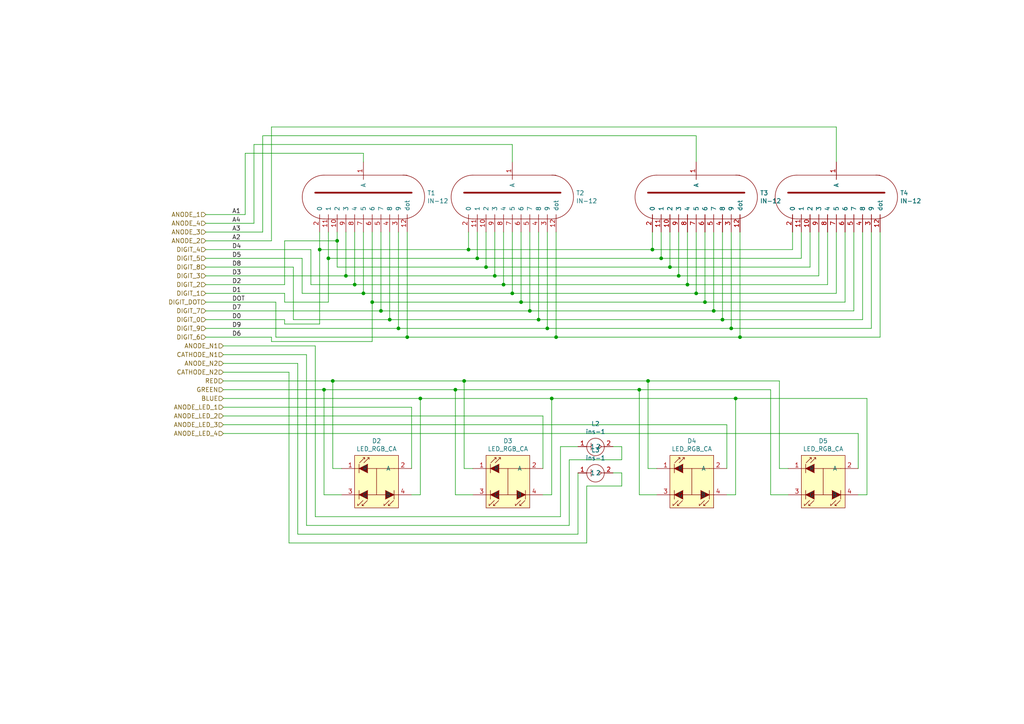
<source format=kicad_sch>
(kicad_sch (version 20211123) (generator eeschema)
  (paper "A4")
  (lib_symbols
    (symbol "funknetzwerkuhr-rescue:IN-12-Russian_Lamps-funknetzwerkuhr-rescue" (pin_names (offset 1.016))
      (property "Reference" "T" (at -5.08 19.05 0))
      (property "Value" "IN-12-Russian_Lamps-funknetzwerkuhr-rescue" (at -3.81 -19.05 0))
      (symbol "IN-12-Russian_Lamps-funknetzwerkuhr-rescue_0_1"
        (arc (start -6.35 -11.43) (mid 0 -17.78) (end 6.35 -11.43))
        (polyline (pts (xy -6.35 11.43) (xy -6.35 -11.43)))
        (polyline (pts (xy 1.27 -13.97) (xy 1.27 13.97)) (stroke (width 0.508)) (fill (type outline)))
        (polyline (pts (xy 6.35 -12.7) (xy 6.35 11.43)))
        (arc (start 6.35 11.43) (mid 0 17.78) (end -6.35 11.43))
      )
      (symbol "IN-12-Russian_Lamps-funknetzwerkuhr-rescue_1_0"
        (pin input line (at 10.16 0 180) (length 5.08) (name "A") (number "1"))
        (pin input line (at -10.16 7.62 0) (length 5.08) (name "2") (number "10"))
        (pin input line (at -10.16 10.16 0) (length 5.08) (name "1") (number "11"))
        (pin input line (at -10.16 -12.7 0) (length 5.08) (name "dot") (number "12"))
        (pin input line (at -10.16 -10.16 0) (length 5.08) (name "9") (number "3"))
        (pin input line (at -10.16 -7.62 0) (length 5.08) (name "8") (number "4"))
        (pin input line (at -10.16 -5.08 0) (length 5.08) (name "7") (number "5"))
        (pin input line (at -10.16 -2.54 0) (length 5.08) (name "6") (number "6"))
        (pin input line (at -10.16 0 0) (length 5.08) (name "5") (number "7"))
        (pin input line (at -10.16 2.54 0) (length 5.08) (name "4") (number "8"))
        (pin input line (at -10.16 5.08 0) (length 5.08) (name "3") (number "9"))
      )
      (symbol "IN-12-Russian_Lamps-funknetzwerkuhr-rescue_1_1"
        (pin input line (at -10.16 12.7 0) (length 5.08) (name "0") (number "2"))
      )
    )
    (symbol "funknetzwerkuhr-rescue:LED_RGB_CA-Parts_Stash-funknetzwerkuhr-rescue" (pin_names (offset 1.016))
      (property "Reference" "D" (at -5.08 13.97 0))
      (property "Value" "LED_RGB_CA-Parts_Stash-funknetzwerkuhr-rescue" (at -1.27 -11.43 0))
      (symbol "LED_RGB_CA-Parts_Stash-funknetzwerkuhr-rescue_0_1"
        (polyline (pts (xy 0 -3.81) (xy 0 3.81)))
        (polyline (pts (xy 2.54 -3.81) (xy -2.54 -3.81)))
        (polyline (pts (xy 5.08 3.81) (xy -2.54 3.81)))
        (rectangle (start 6.35 -7.62) (end -6.35 7.62) (fill (type background)))
      )
      (symbol "LED_RGB_CA-Parts_Stash-funknetzwerkuhr-rescue_1_1"
        (polyline (pts (xy -5.08 -5.08) (xy -5.08 -2.54)) (stroke (width 0.1524)))
        (polyline (pts (xy -5.08 5.08) (xy -5.08 2.54)) (stroke (width 0.1524)))
        (polyline (pts (xy -2.159 6.985) (xy -2.667 6.985)))
        (polyline (pts (xy 5.08 -5.08) (xy 5.08 -2.54)) (stroke (width 0.1524)))
        (polyline (pts (xy -3.937 -5.461) (xy -5.461 -6.985) (xy -5.461 -6.477)))
        (polyline (pts (xy -3.683 5.461) (xy -2.159 6.985) (xy -2.159 6.477)))
        (polyline (pts (xy -2.54 -5.08) (xy -5.08 -3.81) (xy -2.54 -2.54)) (fill (type outline)))
        (polyline (pts (xy -2.54 5.08) (xy -5.08 3.81) (xy -2.54 2.54)) (fill (type outline)))
        (polyline (pts (xy 2.54 -5.08) (xy 5.08 -3.81) (xy 2.54 -2.54)) (fill (type outline)))
        (polyline (pts (xy 3.683 -5.461) (xy 2.159 -6.985) (xy 2.159 -6.477)))
        (polyline (pts (xy -4.953 5.461) (xy -3.429 6.985) (xy -3.429 6.477) (xy -3.429 6.985) (xy -3.937 6.985)))
        (polyline (pts (xy -2.667 -5.461) (xy -4.191 -6.985) (xy -4.191 -6.477) (xy -4.191 -6.985) (xy -3.683 -6.985)))
        (polyline (pts (xy 4.953 -5.461) (xy 3.429 -6.985) (xy 3.429 -6.477) (xy 3.429 -6.985) (xy 3.937 -6.985)))
        (pin input line (at -10.16 3.81 0) (length 5.08) (name "R") (number "1"))
        (pin input line (at 10.16 3.81 180) (length 5.08) (name "A") (number "2"))
        (pin input line (at -10.16 -3.81 0) (length 5.08) (name "G") (number "3"))
        (pin input line (at 10.16 -3.81 180) (length 5.08) (name "B") (number "4"))
      )
    )
    (symbol "funknetzwerkuhr-rescue:ins-1-Russian_Lamps-funknetzwerkuhr-rescue" (pin_names (offset 1.016))
      (property "Reference" "L" (at -1.778 3.556 0))
      (property "Value" "ins-1-Russian_Lamps-funknetzwerkuhr-rescue" (at 0 -3.81 0))
      (symbol "ins-1-Russian_Lamps-funknetzwerkuhr-rescue_0_1"
        (circle (center 0 -0.1016) (radius 2.54))
        (polyline (pts (xy 2.54 0) (xy 1.524 0)))
        (polyline (pts (xy -3.81 0) (xy -1.27 0) (xy -1.27 -1.016) (xy -1.27 1.016) (xy -1.27 -0.762)))
        (circle (center 1.27 0) (radius 0.3556))
      )
      (symbol "ins-1-Russian_Lamps-funknetzwerkuhr-rescue_1_1"
        (pin input line (at -5.08 0 0) (length 2.54) (name "1") (number "1"))
        (pin input line (at 5.08 0 180) (length 2.54) (name "2") (number "2"))
      )
    )
  )
  (junction (at 161.29 97.79))
  (junction (at 113.03 92.71))
  (junction (at 148.59 85.09))
  (junction (at 209.55 92.71))
  (junction (at 92.71 72.39))
  (junction (at 134.62 110.49))
  (junction (at 158.75 95.25))
  (junction (at 105.41 85.09))
  (junction (at 212.09 95.25))
  (junction (at 110.49 90.17))
  (junction (at 97.79 69.85))
  (junction (at 102.87 82.55))
  (junction (at 204.47 87.63))
  (junction (at 93.98 113.03))
  (junction (at 160.02 115.57))
  (junction (at 191.77 74.93))
  (junction (at 121.92 115.57))
  (junction (at 213.36 115.57))
  (junction (at 132.08 113.03))
  (junction (at 140.97 77.47))
  (junction (at 146.05 82.55))
  (junction (at 138.43 74.93))
  (junction (at 189.23 72.39))
  (junction (at 107.95 87.63))
  (junction (at 185.42 113.03))
  (junction (at 156.21 92.71))
  (junction (at 196.85 80.01))
  (junction (at 95.25 74.93))
  (junction (at 143.51 80.01))
  (junction (at 100.33 80.01))
  (junction (at 151.13 87.63))
  (junction (at 135.89 72.39))
  (junction (at 201.93 85.09))
  (junction (at 96.52 110.49))
  (junction (at 187.96 110.49))
  (junction (at 194.31 77.47))
  (junction (at 115.57 95.25))
  (junction (at 118.11 97.79))
  (junction (at 153.67 90.17))
  (junction (at 199.39 82.55))
  (junction (at 214.63 97.79))
  (junction (at 207.01 90.17))
  (wire (pts (xy 204.47 67.31) (xy 204.47 87.63)))
  (wire (pts (xy 185.42 113.03) (xy 223.52 113.03)))
  (wire (pts (xy 99.06 143.51) (xy 93.98 143.51)))
  (wire (pts (xy 210.82 123.19) (xy 210.82 135.89)))
  (wire (pts (xy 91.44 100.33) (xy 64.77 100.33)))
  (wire (pts (xy 78.74 99.06) (xy 107.95 99.06)))
  (wire (pts (xy 82.55 87.63) (xy 82.55 85.09)))
  (wire (pts (xy 167.64 137.16) (xy 167.64 154.94)))
  (wire (pts (xy 87.63 85.09) (xy 87.63 74.93)))
  (wire (pts (xy 232.41 67.31) (xy 232.41 74.93)))
  (wire (pts (xy 223.52 143.51) (xy 228.6 143.51)))
  (wire (pts (xy 170.18 140.97) (xy 170.18 157.48)))
  (wire (pts (xy 143.51 67.31) (xy 143.51 80.01)))
  (wire (pts (xy 255.27 97.79) (xy 255.27 67.31)))
  (wire (pts (xy 102.87 82.55) (xy 146.05 82.55)))
  (wire (pts (xy 92.71 67.31) (xy 92.71 72.39)))
  (wire (pts (xy 209.55 67.31) (xy 209.55 92.71)))
  (wire (pts (xy 107.95 99.06) (xy 107.95 87.63)))
  (wire (pts (xy 102.87 67.31) (xy 102.87 82.55)))
  (wire (pts (xy 76.2 67.31) (xy 76.2 39.37)))
  (wire (pts (xy 156.21 92.71) (xy 156.21 67.31)))
  (wire (pts (xy 146.05 82.55) (xy 199.39 82.55)))
  (wire (pts (xy 189.23 72.39) (xy 229.87 72.39)))
  (wire (pts (xy 190.5 135.89) (xy 187.96 135.89)))
  (wire (pts (xy 100.33 80.01) (xy 100.33 67.31)))
  (wire (pts (xy 191.77 67.31) (xy 191.77 74.93)))
  (wire (pts (xy 83.82 107.95) (xy 64.77 107.95)))
  (wire (pts (xy 64.77 113.03) (xy 93.98 113.03)))
  (wire (pts (xy 105.41 85.09) (xy 87.63 85.09)))
  (wire (pts (xy 153.67 67.31) (xy 153.67 90.17)))
  (wire (pts (xy 213.36 115.57) (xy 251.46 115.57)))
  (wire (pts (xy 113.03 92.71) (xy 156.21 92.71)))
  (wire (pts (xy 151.13 67.31) (xy 151.13 87.63)))
  (wire (pts (xy 185.42 143.51) (xy 185.42 113.03)))
  (wire (pts (xy 99.06 135.89) (xy 96.52 135.89)))
  (wire (pts (xy 83.82 157.48) (xy 83.82 107.95)))
  (wire (pts (xy 201.93 67.31) (xy 201.93 85.09)))
  (wire (pts (xy 194.31 67.31) (xy 194.31 77.47)))
  (wire (pts (xy 132.08 143.51) (xy 132.08 113.03)))
  (wire (pts (xy 140.97 67.31) (xy 140.97 77.47)))
  (wire (pts (xy 59.69 97.79) (xy 78.74 97.79)))
  (wire (pts (xy 97.79 69.85) (xy 82.55 69.85)))
  (wire (pts (xy 59.69 77.47) (xy 85.09 77.47)))
  (wire (pts (xy 71.12 62.23) (xy 71.12 44.45)))
  (wire (pts (xy 73.66 41.91) (xy 73.66 64.77)))
  (wire (pts (xy 121.92 115.57) (xy 160.02 115.57)))
  (wire (pts (xy 82.55 93.98) (xy 92.71 93.98)))
  (wire (pts (xy 119.38 143.51) (xy 121.92 143.51)))
  (wire (pts (xy 121.92 143.51) (xy 121.92 115.57)))
  (wire (pts (xy 118.11 67.31) (xy 118.11 97.79)))
  (wire (pts (xy 59.69 82.55) (xy 82.55 82.55)))
  (wire (pts (xy 226.06 110.49) (xy 226.06 135.89)))
  (wire (pts (xy 97.79 67.31) (xy 97.79 69.85)))
  (wire (pts (xy 83.82 157.48) (xy 170.18 157.48)))
  (wire (pts (xy 96.52 135.89) (xy 96.52 110.49)))
  (wire (pts (xy 161.29 67.31) (xy 161.29 97.79)))
  (wire (pts (xy 251.46 115.57) (xy 251.46 143.51)))
  (wire (pts (xy 113.03 67.31) (xy 113.03 92.71)))
  (wire (pts (xy 229.87 72.39) (xy 229.87 67.31)))
  (wire (pts (xy 199.39 82.55) (xy 240.03 82.55)))
  (wire (pts (xy 138.43 67.31) (xy 138.43 74.93)))
  (wire (pts (xy 187.96 135.89) (xy 187.96 110.49)))
  (wire (pts (xy 250.19 92.71) (xy 250.19 67.31)))
  (wire (pts (xy 165.1 152.4) (xy 88.9 152.4)))
  (wire (pts (xy 242.57 36.83) (xy 78.74 36.83)))
  (wire (pts (xy 85.09 92.71) (xy 85.09 77.47)))
  (wire (pts (xy 97.79 77.47) (xy 140.97 77.47)))
  (wire (pts (xy 148.59 85.09) (xy 105.41 85.09)))
  (wire (pts (xy 209.55 92.71) (xy 250.19 92.71)))
  (wire (pts (xy 91.44 149.86) (xy 162.56 149.86)))
  (wire (pts (xy 135.89 72.39) (xy 135.89 67.31)))
  (wire (pts (xy 110.49 90.17) (xy 153.67 90.17)))
  (wire (pts (xy 113.03 92.71) (xy 85.09 92.71)))
  (wire (pts (xy 242.57 85.09) (xy 201.93 85.09)))
  (wire (pts (xy 102.87 82.55) (xy 90.17 82.55)))
  (wire (pts (xy 201.93 85.09) (xy 148.59 85.09)))
  (wire (pts (xy 137.16 143.51) (xy 132.08 143.51)))
  (wire (pts (xy 223.52 113.03) (xy 223.52 143.51)))
  (wire (pts (xy 110.49 67.31) (xy 110.49 90.17)))
  (wire (pts (xy 105.41 85.09) (xy 105.41 67.31)))
  (wire (pts (xy 59.69 87.63) (xy 80.01 87.63)))
  (wire (pts (xy 212.09 67.31) (xy 212.09 95.25)))
  (wire (pts (xy 170.18 140.97) (xy 180.34 140.97)))
  (wire (pts (xy 64.77 120.65) (xy 157.48 120.65)))
  (wire (pts (xy 95.25 74.93) (xy 95.25 67.31)))
  (wire (pts (xy 201.93 39.37) (xy 201.93 46.99)))
  (wire (pts (xy 93.98 113.03) (xy 132.08 113.03)))
  (wire (pts (xy 92.71 93.98) (xy 92.71 72.39)))
  (wire (pts (xy 207.01 90.17) (xy 247.65 90.17)))
  (wire (pts (xy 59.69 69.85) (xy 78.74 69.85)))
  (wire (pts (xy 196.85 80.01) (xy 143.51 80.01)))
  (wire (pts (xy 88.9 102.87) (xy 88.9 152.4)))
  (wire (pts (xy 237.49 80.01) (xy 196.85 80.01)))
  (wire (pts (xy 158.75 95.25) (xy 115.57 95.25)))
  (wire (pts (xy 156.21 92.71) (xy 209.55 92.71)))
  (wire (pts (xy 78.74 36.83) (xy 78.74 69.85)))
  (wire (pts (xy 165.1 133.35) (xy 165.1 152.4)))
  (wire (pts (xy 132.08 113.03) (xy 185.42 113.03)))
  (wire (pts (xy 71.12 44.45) (xy 105.41 44.45)))
  (wire (pts (xy 95.25 74.93) (xy 95.25 87.63)))
  (wire (pts (xy 214.63 97.79) (xy 255.27 97.79)))
  (wire (pts (xy 162.56 129.54) (xy 167.64 129.54)))
  (wire (pts (xy 59.69 80.01) (xy 100.33 80.01)))
  (wire (pts (xy 92.71 72.39) (xy 135.89 72.39)))
  (wire (pts (xy 93.98 143.51) (xy 93.98 113.03)))
  (wire (pts (xy 247.65 90.17) (xy 247.65 67.31)))
  (wire (pts (xy 96.52 110.49) (xy 134.62 110.49)))
  (wire (pts (xy 86.36 105.41) (xy 64.77 105.41)))
  (wire (pts (xy 251.46 143.51) (xy 248.92 143.51)))
  (wire (pts (xy 90.17 82.55) (xy 90.17 72.39)))
  (wire (pts (xy 252.73 95.25) (xy 212.09 95.25)))
  (wire (pts (xy 105.41 44.45) (xy 105.41 46.99)))
  (wire (pts (xy 207.01 67.31) (xy 207.01 90.17)))
  (wire (pts (xy 194.31 77.47) (xy 234.95 77.47)))
  (wire (pts (xy 135.89 72.39) (xy 189.23 72.39)))
  (wire (pts (xy 240.03 82.55) (xy 240.03 67.31)))
  (wire (pts (xy 134.62 110.49) (xy 187.96 110.49)))
  (wire (pts (xy 91.44 100.33) (xy 91.44 149.86)))
  (wire (pts (xy 146.05 67.31) (xy 146.05 82.55)))
  (wire (pts (xy 245.11 87.63) (xy 245.11 67.31)))
  (wire (pts (xy 80.01 97.79) (xy 118.11 97.79)))
  (wire (pts (xy 134.62 135.89) (xy 134.62 110.49)))
  (wire (pts (xy 82.55 92.71) (xy 82.55 93.98)))
  (wire (pts (xy 190.5 143.51) (xy 185.42 143.51)))
  (wire (pts (xy 210.82 143.51) (xy 213.36 143.51)))
  (wire (pts (xy 80.01 87.63) (xy 80.01 97.79)))
  (wire (pts (xy 234.95 77.47) (xy 234.95 67.31)))
  (wire (pts (xy 88.9 102.87) (xy 64.77 102.87)))
  (wire (pts (xy 165.1 133.35) (xy 180.34 133.35)))
  (wire (pts (xy 180.34 129.54) (xy 177.8 129.54)))
  (wire (pts (xy 59.69 74.93) (xy 87.63 74.93)))
  (wire (pts (xy 187.96 110.49) (xy 226.06 110.49)))
  (wire (pts (xy 59.69 72.39) (xy 90.17 72.39)))
  (wire (pts (xy 59.69 85.09) (xy 82.55 85.09)))
  (wire (pts (xy 248.92 125.73) (xy 64.77 125.73)))
  (wire (pts (xy 160.02 143.51) (xy 160.02 115.57)))
  (wire (pts (xy 148.59 67.31) (xy 148.59 85.09)))
  (wire (pts (xy 64.77 110.49) (xy 96.52 110.49)))
  (wire (pts (xy 86.36 105.41) (xy 86.36 154.94)))
  (wire (pts (xy 157.48 143.51) (xy 160.02 143.51)))
  (wire (pts (xy 76.2 39.37) (xy 201.93 39.37)))
  (wire (pts (xy 115.57 95.25) (xy 115.57 67.31)))
  (wire (pts (xy 59.69 90.17) (xy 110.49 90.17)))
  (wire (pts (xy 138.43 74.93) (xy 95.25 74.93)))
  (wire (pts (xy 82.55 82.55) (xy 82.55 69.85)))
  (wire (pts (xy 242.57 67.31) (xy 242.57 85.09)))
  (wire (pts (xy 59.69 92.71) (xy 82.55 92.71)))
  (wire (pts (xy 119.38 118.11) (xy 64.77 118.11)))
  (wire (pts (xy 161.29 97.79) (xy 214.63 97.79)))
  (wire (pts (xy 248.92 125.73) (xy 248.92 135.89)))
  (wire (pts (xy 167.64 154.94) (xy 86.36 154.94)))
  (wire (pts (xy 162.56 149.86) (xy 162.56 129.54)))
  (wire (pts (xy 97.79 69.85) (xy 97.79 77.47)))
  (wire (pts (xy 151.13 87.63) (xy 204.47 87.63)))
  (wire (pts (xy 137.16 135.89) (xy 134.62 135.89)))
  (wire (pts (xy 160.02 115.57) (xy 213.36 115.57)))
  (wire (pts (xy 78.74 97.79) (xy 78.74 99.06)))
  (wire (pts (xy 180.34 140.97) (xy 180.34 137.16)))
  (wire (pts (xy 138.43 74.93) (xy 191.77 74.93)))
  (wire (pts (xy 118.11 97.79) (xy 161.29 97.79)))
  (wire (pts (xy 107.95 67.31) (xy 107.95 87.63)))
  (wire (pts (xy 59.69 62.23) (xy 71.12 62.23)))
  (wire (pts (xy 59.69 67.31) (xy 76.2 67.31)))
  (wire (pts (xy 95.25 87.63) (xy 82.55 87.63)))
  (wire (pts (xy 140.97 77.47) (xy 194.31 77.47)))
  (wire (pts (xy 64.77 123.19) (xy 210.82 123.19)))
  (wire (pts (xy 199.39 67.31) (xy 199.39 82.55)))
  (wire (pts (xy 237.49 67.31) (xy 237.49 80.01)))
  (wire (pts (xy 153.67 90.17) (xy 207.01 90.17)))
  (wire (pts (xy 59.69 64.77) (xy 73.66 64.77)))
  (wire (pts (xy 119.38 135.89) (xy 119.38 118.11)))
  (wire (pts (xy 148.59 41.91) (xy 73.66 41.91)))
  (wire (pts (xy 158.75 67.31) (xy 158.75 95.25)))
  (wire (pts (xy 204.47 87.63) (xy 245.11 87.63)))
  (wire (pts (xy 214.63 67.31) (xy 214.63 97.79)))
  (wire (pts (xy 242.57 46.99) (xy 242.57 36.83)))
  (wire (pts (xy 59.69 95.25) (xy 115.57 95.25)))
  (wire (pts (xy 148.59 46.99) (xy 148.59 41.91)))
  (wire (pts (xy 191.77 74.93) (xy 232.41 74.93)))
  (wire (pts (xy 143.51 80.01) (xy 100.33 80.01)))
  (wire (pts (xy 64.77 115.57) (xy 121.92 115.57)))
  (wire (pts (xy 226.06 135.89) (xy 228.6 135.89)))
  (wire (pts (xy 196.85 67.31) (xy 196.85 80.01)))
  (wire (pts (xy 157.48 135.89) (xy 157.48 120.65)))
  (wire (pts (xy 107.95 87.63) (xy 151.13 87.63)))
  (wire (pts (xy 180.34 137.16) (xy 177.8 137.16)))
  (wire (pts (xy 189.23 72.39) (xy 189.23 67.31)))
  (wire (pts (xy 252.73 67.31) (xy 252.73 95.25)))
  (wire (pts (xy 180.34 133.35) (xy 180.34 129.54)))
  (wire (pts (xy 213.36 143.51) (xy 213.36 115.57)))
  (wire (pts (xy 212.09 95.25) (xy 158.75 95.25)))
  (label "D6" (at 67.31 97.79 0))
  (label "D8" (at 67.31 77.47 0))
  (label "D3" (at 67.31 80.01 0))
  (label "D7" (at 67.31 90.17 0))
  (label "D9" (at 67.31 95.25 0))
  (label "A1" (at 67.31 62.23 0))
  (label "DOT" (at 67.31 87.63 0))
  (label "D4" (at 67.31 72.39 0))
  (label "D0" (at 67.31 92.71 0))
  (label "D1" (at 67.31 85.09 0))
  (label "A2" (at 67.31 69.85 0))
  (label "D5" (at 67.31 74.93 0))
  (label "A4" (at 67.31 64.77 0))
  (label "A3" (at 67.31 67.31 0))
  (label "D2" (at 67.31 82.55 0))
  (hierarchical_label "DIGIT_8" (shape input) (at 59.69 77.47 180))
  (hierarchical_label "CATHODE_N1" (shape input) (at 64.77 102.87 180))
  (hierarchical_label "ANODE_LED_4" (shape input) (at 64.77 125.73 180))
  (hierarchical_label "RED" (shape input) (at 64.77 110.49 180))
  (hierarchical_label "BLUE" (shape input) (at 64.77 115.57 180))
  (hierarchical_label "DIGIT_6" (shape input) (at 59.69 97.79 180))
  (hierarchical_label "ANODE_LED_1" (shape input) (at 64.77 118.11 180))
  (hierarchical_label "ANODE_3" (shape input) (at 59.69 67.31 180))
  (hierarchical_label "ANODE_2" (shape input) (at 59.69 69.85 180))
  (hierarchical_label "DIGIT_0" (shape input) (at 59.69 92.71 180))
  (hierarchical_label "DIGIT_DOT" (shape input) (at 59.69 87.63 180))
  (hierarchical_label "ANODE_N2" (shape input) (at 64.77 105.41 180))
  (hierarchical_label "ANODE_1" (shape input) (at 59.69 62.23 180))
  (hierarchical_label "ANODE_4" (shape input) (at 59.69 64.77 180))
  (hierarchical_label "ANODE_LED_2" (shape input) (at 64.77 120.65 180))
  (hierarchical_label "DIGIT_3" (shape input) (at 59.69 80.01 180))
  (hierarchical_label "DIGIT_9" (shape input) (at 59.69 95.25 180))
  (hierarchical_label "CATHODE_N2" (shape input) (at 64.77 107.95 180))
  (hierarchical_label "DIGIT_7" (shape input) (at 59.69 90.17 180))
  (hierarchical_label "DIGIT_1" (shape input) (at 59.69 85.09 180))
  (hierarchical_label "DIGIT_2" (shape input) (at 59.69 82.55 180))
  (hierarchical_label "ANODE_LED_3" (shape input) (at 64.77 123.19 180))
  (hierarchical_label "DIGIT_4" (shape input) (at 59.69 72.39 180))
  (hierarchical_label "DIGIT_5" (shape input) (at 59.69 74.93 180))
  (hierarchical_label "GREEN" (shape input) (at 64.77 113.03 180))
  (hierarchical_label "ANODE_N1" (shape input) (at 64.77 100.33 180))
  (symbol (lib_id "funknetzwerkuhr-rescue:IN-12-Russian_Lamps-funknetzwerkuhr-rescue") (at 105.41 57.15 90) (unit 1)
    (property "Reference" "T1" (at 123.9012 55.9816 90) (effects (justify right)))
    (property "Value" "IN-12" (at 123.9012 58.293 90) (effects (justify right)))
    (property "Footprint" "PartsStash:IN-12_0.8mm_simple" (effects hide))
  )
  (symbol (lib_id "funknetzwerkuhr-rescue:IN-12-Russian_Lamps-funknetzwerkuhr-rescue") (at 148.59 57.15 90) (unit 1)
    (property "Reference" "T2" (at 167.0812 55.9816 90) (effects (justify right)))
    (property "Value" "IN-12" (at 167.0812 58.293 90) (effects (justify right)))
    (property "Footprint" "PartsStash:IN-12_0.8mm_simple" (effects hide))
  )
  (symbol (lib_id "funknetzwerkuhr-rescue:IN-12-Russian_Lamps-funknetzwerkuhr-rescue") (at 201.93 57.15 90) (unit 1)
    (property "Reference" "T3" (at 220.4212 55.9816 90) (effects (justify right)))
    (property "Value" "IN-12" (at 220.4212 58.293 90) (effects (justify right)))
    (property "Footprint" "PartsStash:IN-12_0.8mm_simple" (effects hide))
  )
  (symbol (lib_id "funknetzwerkuhr-rescue:IN-12-Russian_Lamps-funknetzwerkuhr-rescue") (at 242.57 57.15 90) (unit 1)
    (property "Reference" "T4" (at 261.0612 55.9816 90) (effects (justify right)))
    (property "Value" "IN-12" (at 261.0612 58.293 90) (effects (justify right)))
    (property "Footprint" "PartsStash:IN-12_0.8mm_simple" (effects hide))
  )
  (symbol (lib_id "funknetzwerkuhr-rescue:LED_RGB_CA-Parts_Stash-funknetzwerkuhr-rescue") (at 109.22 139.7 0)
    (property "Reference" "D2" (at 109.22 127.889 0))
    (property "Value" "LED_RGB_CA" (at 109.22 130.2004 0))
    (property "Footprint" "PartsStash:LED_3528_3.5x2.8mm" (effects hide))
  )
  (symbol (lib_id "funknetzwerkuhr-rescue:LED_RGB_CA-Parts_Stash-funknetzwerkuhr-rescue") (at 147.32 139.7 0)
    (property "Reference" "D3" (at 147.32 127.889 0))
    (property "Value" "LED_RGB_CA" (at 147.32 130.2004 0))
    (property "Footprint" "PartsStash:LED_3528_3.5x2.8mm" (effects hide))
  )
  (symbol (lib_id "funknetzwerkuhr-rescue:LED_RGB_CA-Parts_Stash-funknetzwerkuhr-rescue") (at 200.66 139.7 0)
    (property "Reference" "D4" (at 200.66 127.889 0))
    (property "Value" "LED_RGB_CA" (at 200.66 130.2004 0))
    (property "Footprint" "Parts:LED_3528_3.5x2.8mm" (effects hide))
  )
  (symbol (lib_id "funknetzwerkuhr-rescue:LED_RGB_CA-Parts_Stash-funknetzwerkuhr-rescue") (at 238.76 139.7 0)
    (property "Reference" "D5" (at 238.76 127.889 0))
    (property "Value" "LED_RGB_CA" (at 238.76 130.2004 0))
    (property "Footprint" "Parts:LED_3528_3.5x2.8mm" (effects hide))
  )
  (symbol (lib_id "funknetzwerkuhr-rescue:ins-1-Russian_Lamps-funknetzwerkuhr-rescue") (at 172.72 129.54 0) (unit 1)
    (property "Reference" "L2" (at 172.72 122.9106 0))
    (property "Value" "ins-1" (at 172.72 125.222 0))
    (property "Footprint" "Parts:ins-1" (effects hide))
  )
  (symbol (lib_id "funknetzwerkuhr-rescue:ins-1-Russian_Lamps-funknetzwerkuhr-rescue") (at 172.72 137.16 0) (unit 1)
    (property "Reference" "L3" (at 172.72 130.5306 0))
    (property "Value" "ins-1" (at 172.72 132.842 0))
    (property "Footprint" "Parts:ins-1" (effects hide))
  )
)
</source>
